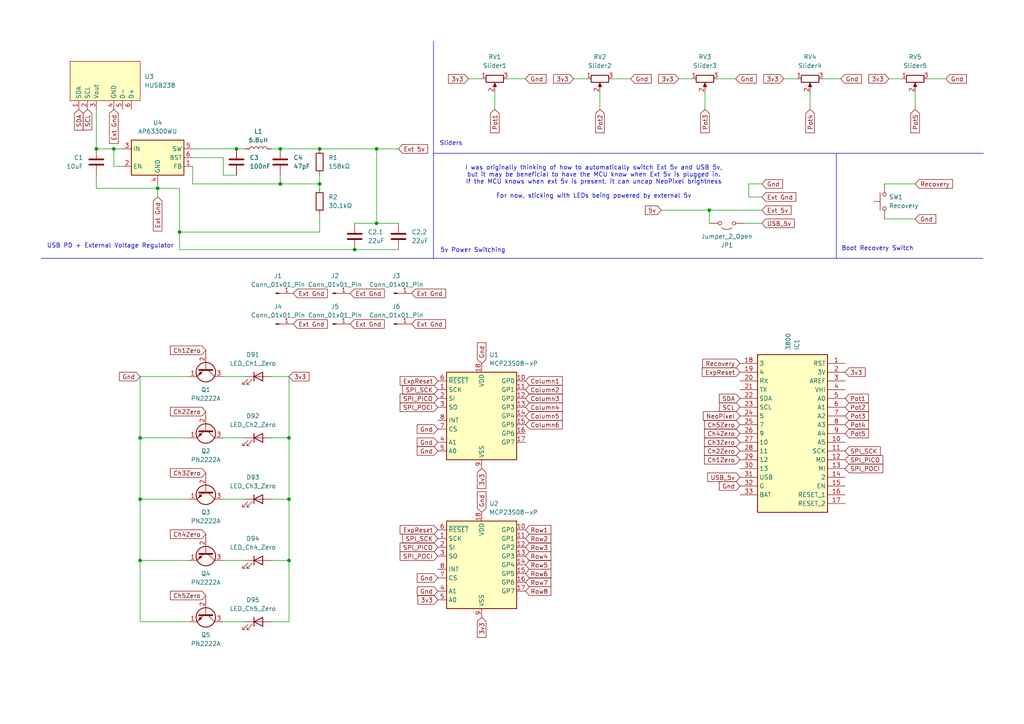
<source format=kicad_sch>
(kicad_sch (version 20231120) (generator "eeschema") (generator_version "8.0")
  (paper "A4")
  (lib_symbols
    (symbol "Connector:Conn_01x01_Pin" (pin_names (offset 1.016) hide)
      (property "Reference" "J" (at 0 2.54 0))
      (property "Value" "Conn_01x01_Pin" (at 0 -2.54 0))
      (symbol "Conn_01x01_Pin_1_1"
        (polyline (pts (xy 1.27 0) (xy 0.8636 0)) (stroke (width 0.1524)))
        (rectangle (start 0.8636 0.127) (end 0 -0.127) (stroke (width 0.1524)) (fill (type outline)))
        (pin passive line (at 5.08 0 180) (length 3.81) (name "Pin_1") (number "1"))
      )
    )
    (symbol "ControlMixer:AP63300WU"
      (property "Reference" "U" (at -7.62 6.35 0))
      (property "Value" "AP63300WU" (at 2.54 6.35 0))
      (symbol "AP63300WU_0_1"
        (rectangle (start -7.62 5.08) (end 7.62 -5.08) (stroke (width 0.254)) (fill (type background)))
      )
      (symbol "AP63300WU_1_1"
        (pin input line (at 10.16 -2.54 180) (length 2.54) (name "FB") (number "1"))
        (pin input line (at -10.16 -2.54 0) (length 2.54) (name "EN") (number "2"))
        (pin power_in line (at -10.16 2.54 0) (length 2.54) (name "IN") (number "3"))
        (pin power_in line (at 0 -7.62 90) (length 2.54) (name "GND") (number "4"))
        (pin output line (at 10.16 2.54 180) (length 2.54) (name "SW") (number "5"))
        (pin passive line (at 10.16 0 180) (length 2.54) (name "BST") (number "6"))
      )
    )
    (symbol "ControlMixer:Adafruit_HUSB238"
      (property "Reference" "U3" (at 11.43 -5.7149 0))
      (property "Value" "HUSB238" (at 11.43 -8.2549 0))
      (symbol "Adafruit_HUSB238_0_1"
        (rectangle (start -10.16 -1.27) (end 10.16 -12.7) (fill (type background)))
      )
      (symbol "Adafruit_HUSB238_1_1"
        (pin bidirectional line (at -7.62 -15.24 90) (length 2.54) (name "SDA") (number "1"))
        (pin input line (at -5.08 -15.24 90) (length 2.54) (name "SCL") (number "2"))
        (pin power_out line (at -2.54 -15.24 90) (length 2.54) (name "Vout") (number "3"))
        (pin power_in line (at 2.54 -15.24 90) (length 2.54) (name "GND") (number "4"))
        (pin bidirectional line (at 5.08 -15.24 90) (length 2.54) (name "D-") (number "5"))
        (pin bidirectional line (at 7.62 -15.24 90) (length 2.54) (name "D+") (number "6"))
      )
    )
    (symbol "ControlMixer:MCP23S08-xP"
      (property "Reference" "U" (at -8.89 13.97 0))
      (property "Value" "MCP23S08-xP" (at 8.89 13.97 0))
      (symbol "MCP23S08-xP_0_1"
        (rectangle (start -10.16 12.7) (end 10.16 -12.7) (stroke (width 0.254)) (fill (type background)))
      )
      (symbol "MCP23S08-xP_1_1"
        (pin input line (at -12.7 7.62 0) (length 2.54) (name "SCK") (number "1"))
        (pin bidirectional line (at 12.7 10.16 180) (length 2.54) (name "GP0") (number "10"))
        (pin bidirectional line (at 12.7 7.62 180) (length 2.54) (name "GP1") (number "11"))
        (pin bidirectional line (at 12.7 5.08 180) (length 2.54) (name "GP2") (number "12"))
        (pin bidirectional line (at 12.7 2.54 180) (length 2.54) (name "GP3") (number "13"))
        (pin bidirectional line (at 12.7 0 180) (length 2.54) (name "GP4") (number "14"))
        (pin bidirectional line (at 12.7 -2.54 180) (length 2.54) (name "GP5") (number "15"))
        (pin bidirectional line (at 12.7 -5.08 180) (length 2.54) (name "GP6") (number "16"))
        (pin bidirectional line (at 12.7 -7.62 180) (length 2.54) (name "GP7") (number "17"))
        (pin power_in line (at 0 15.24 270) (length 2.54) (name "VDD") (number "18"))
        (pin input line (at -12.7 5.08 0) (length 2.54) (name "SI") (number "2"))
        (pin output line (at -12.7 2.54 0) (length 2.54) (name "SO") (number "3"))
        (pin input line (at -12.7 -7.62 0) (length 2.54) (name "A1") (number "4"))
        (pin input line (at -12.7 -10.16 0) (length 2.54) (name "A0") (number "5"))
        (pin input line (at -12.7 10.16 0) (length 2.54) (name "~{RESET}") (number "6"))
        (pin input line (at -12.7 -3.81 0) (length 2.54) (name "CS") (number "7"))
        (pin output line (at -12.7 -1.27 0) (length 2.54) (name "INT") (number "8"))
        (pin power_in line (at 0 -15.24 90) (length 2.54) (name "VSS") (number "9"))
      )
    )
    (symbol "Device:C" (pin_numbers hide) (pin_names (offset 0.254))
      (property "Reference" "C" (at 0.635 2.54 0))
      (property "Value" "C" (at 0.635 -2.54 0))
      (symbol "C_0_1"
        (polyline (pts (xy -2.032 -0.762) (xy 2.032 -0.762)) (stroke (width 0.508)))
        (polyline (pts (xy -2.032 0.762) (xy 2.032 0.762)) (stroke (width 0.508)))
      )
      (symbol "C_1_1"
        (pin passive line (at 0 3.81 270) (length 2.794) (name "~") (number "1"))
        (pin passive line (at 0 -3.81 90) (length 2.794) (name "~") (number "2"))
      )
    )
    (symbol "Device:L" (pin_numbers hide) (pin_names (offset 1.016) hide)
      (property "Reference" "L" (at -1.27 0 90))
      (property "Value" "L" (at 1.905 0 90))
      (symbol "L_0_1"
        (arc (start 0 -2.54) (mid 0.6323 -1.905) (end 0 -1.27))
        (arc (start 0 -1.27) (mid 0.6323 -0.635) (end 0 0))
        (arc (start 0 0) (mid 0.6323 0.635) (end 0 1.27))
        (arc (start 0 1.27) (mid 0.6323 1.905) (end 0 2.54))
      )
      (symbol "L_1_1"
        (pin passive line (at 0 3.81 270) (length 1.27) (name "1") (number "1"))
        (pin passive line (at 0 -3.81 90) (length 1.27) (name "2") (number "2"))
      )
    )
    (symbol "Device:LED" (pin_numbers hide) (pin_names (offset 1.016) hide)
      (property "Reference" "D" (at 0 2.54 0))
      (property "Value" "LED" (at 0 -2.54 0))
      (symbol "LED_0_1"
        (polyline (pts (xy -1.27 -1.27) (xy -1.27 1.27)) (stroke (width 0.254)))
        (polyline (pts (xy -1.27 0) (xy 1.27 0)))
        (polyline (pts (xy 1.27 -1.27) (xy 1.27 1.27) (xy -1.27 0) (xy 1.27 -1.27)) (stroke (width 0.254)))
        (polyline (pts (xy -3.048 -0.762) (xy -4.572 -2.286) (xy -3.81 -2.286) (xy -4.572 -2.286) (xy -4.572 -1.524)))
        (polyline (pts (xy -1.778 -0.762) (xy -3.302 -2.286) (xy -2.54 -2.286) (xy -3.302 -2.286) (xy -3.302 -1.524)))
      )
      (symbol "LED_1_1"
        (pin passive line (at -3.81 0 0) (length 2.54) (name "K") (number "1"))
        (pin passive line (at 3.81 0 180) (length 2.54) (name "A") (number "2"))
      )
    )
    (symbol "Device:R" (pin_numbers hide) (pin_names (offset 0))
      (property "Reference" "R" (at 2.032 0 90))
      (property "Value" "R" (at 0 0 90))
      (symbol "R_0_1"
        (rectangle (start -1.016 -2.54) (end 1.016 2.54) (stroke (width 0.254)))
      )
      (symbol "R_1_1"
        (pin passive line (at 0 3.81 270) (length 1.27) (name "~") (number "1"))
        (pin passive line (at 0 -3.81 90) (length 1.27) (name "~") (number "2"))
      )
    )
    (symbol "Device:R_Potentiometer" (pin_names (offset 1.016) hide)
      (property "Reference" "RV" (at -4.445 0 90))
      (property "Value" "R_Potentiometer" (at -2.54 0 90))
      (symbol "R_Potentiometer_0_1"
        (polyline (pts (xy 2.54 0) (xy 1.524 0)))
        (polyline (pts (xy 1.143 0) (xy 2.286 0.508) (xy 2.286 -0.508) (xy 1.143 0)) (fill (type outline)))
        (rectangle (start 1.016 2.54) (end -1.016 -2.54) (stroke (width 0.254)))
      )
      (symbol "R_Potentiometer_1_1"
        (pin passive line (at 0 3.81 270) (length 1.27) (name "1") (number "1"))
        (pin passive line (at 3.81 0 180) (length 1.27) (name "2") (number "2"))
        (pin passive line (at 0 -3.81 90) (length 1.27) (name "3") (number "3"))
      )
    )
    (symbol "Jumper:Jumper_2_Open" (pin_numbers hide) (pin_names (offset 0) hide) (exclude_from_sim yes)
      (property "Reference" "JP" (at 0 2.794 0))
      (property "Value" "Jumper_2_Open" (at 0 -2.286 0))
      (symbol "Jumper_2_Open_0_0"
        (circle (center -2.032 0) (radius 0.508))
        (circle (center 2.032 0) (radius 0.508))
      )
      (symbol "Jumper_2_Open_0_1"
        (arc (start 1.524 1.27) (mid 0 1.778) (end -1.524 1.27))
      )
      (symbol "Jumper_2_Open_1_1"
        (pin passive line (at -5.08 0 0) (length 2.54) (name "A") (number "1"))
        (pin passive line (at 5.08 0 180) (length 2.54) (name "B") (number "2"))
      )
    )
    (symbol "SamacSys_Parts:3800"
      (property "Reference" "IC" (at 26.67 7.62 0))
      (property "Value" "3800" (at 26.67 5.08 0))
      (symbol "3800_1_1"
        (rectangle (start 5.08 2.54) (end 25.4 -43.18) (stroke (width 0.254)) (fill (type background)))
        (pin passive line (at 0 0 0) (length 5.08) (name "RST") (number "1"))
        (pin passive line (at 0 -22.86 0) (length 5.08) (name "A5") (number "10"))
        (pin passive line (at 0 -25.4 0) (length 5.08) (name "SCK") (number "11"))
        (pin passive line (at 0 -27.94 0) (length 5.08) (name "MO") (number "12"))
        (pin passive line (at 0 -30.48 0) (length 5.08) (name "MI") (number "13"))
        (pin passive line (at 0 -33.02 0) (length 5.08) (name "2") (number "14"))
        (pin passive line (at 0 -35.56 0) (length 5.08) (name "EN") (number "15"))
        (pin passive line (at 0 -38.1 0) (length 5.08) (name "RESET_1") (number "16"))
        (pin passive line (at 0 -40.64 0) (length 5.08) (name "RESET_2") (number "17"))
        (pin passive line (at 30.48 0 180) (length 5.08) (name "3") (number "18"))
        (pin passive line (at 30.48 -2.54 180) (length 5.08) (name "4") (number "19"))
        (pin passive line (at 0 -2.54 0) (length 5.08) (name "3V") (number "2"))
        (pin passive line (at 30.48 -5.08 180) (length 5.08) (name "RX") (number "20"))
        (pin passive line (at 30.48 -7.62 180) (length 5.08) (name "TX") (number "21"))
        (pin passive line (at 30.48 -10.16 180) (length 5.08) (name "SDA") (number "22"))
        (pin passive line (at 30.48 -12.7 180) (length 5.08) (name "SCL") (number "23"))
        (pin passive line (at 30.48 -15.24 180) (length 5.08) (name "5") (number "24"))
        (pin passive line (at 30.48 -17.78 180) (length 5.08) (name "7") (number "25"))
        (pin passive line (at 30.48 -20.32 180) (length 5.08) (name "9") (number "26"))
        (pin passive line (at 30.48 -22.86 180) (length 5.08) (name "10") (number "27"))
        (pin passive line (at 30.48 -25.4 180) (length 5.08) (name "11") (number "28"))
        (pin passive line (at 30.48 -27.94 180) (length 5.08) (name "12") (number "29"))
        (pin passive line (at 0 -5.08 0) (length 5.08) (name "AREF") (number "3"))
        (pin passive line (at 30.48 -30.48 180) (length 5.08) (name "13") (number "30"))
        (pin passive line (at 30.48 -33.02 180) (length 5.08) (name "USB") (number "31"))
        (pin passive line (at 30.48 -35.56 180) (length 5.08) (name "G") (number "32"))
        (pin passive line (at 30.48 -38.1 180) (length 5.08) (name "BAT") (number "33"))
        (pin passive line (at 0 -7.62 0) (length 5.08) (name "VHI") (number "4"))
        (pin passive line (at 0 -10.16 0) (length 5.08) (name "A0") (number "5"))
        (pin passive line (at 0 -12.7 0) (length 5.08) (name "A1") (number "6"))
        (pin passive line (at 0 -15.24 0) (length 5.08) (name "A2") (number "7"))
        (pin passive line (at 0 -17.78 0) (length 5.08) (name "A3") (number "8"))
        (pin passive line (at 0 -20.32 0) (length 5.08) (name "A4") (number "9"))
      )
    )
    (symbol "Switch:SW_Push" (pin_numbers hide) (pin_names (offset 1.016) hide)
      (property "Reference" "SW" (at 1.27 2.54 0))
      (property "Value" "SW_Push" (at 0 -1.524 0))
      (symbol "SW_Push_0_1"
        (circle (center -2.032 0) (radius 0.508))
        (polyline (pts (xy 0 1.27) (xy 0 3.048)))
        (polyline (pts (xy 2.54 1.27) (xy -2.54 1.27)))
        (circle (center 2.032 0) (radius 0.508))
        (pin passive line (at -5.08 0 0) (length 2.54) (name "1") (number "1"))
        (pin passive line (at 5.08 0 180) (length 2.54) (name "2") (number "2"))
      )
    )
    (symbol "Transistor_BJT:PN2222A" (pin_names (offset 0) hide)
      (property "Reference" "Q" (at 5.08 1.905 0))
      (property "Value" "PN2222A" (at 5.08 0 0))
      (symbol "PN2222A_0_1"
        (polyline (pts (xy 0 0) (xy 0.635 0)))
        (polyline (pts (xy 2.54 -2.54) (xy 0.635 -0.635)))
        (polyline (pts (xy 2.54 2.54) (xy 0.635 0.635)))
        (polyline (pts (xy 0.635 1.905) (xy 0.635 -1.905) (xy 0.635 -1.905)) (stroke (width 0.508)))
        (polyline (pts (xy 2.413 -2.413) (xy 1.905 -1.905) (xy 1.905 -1.905)))
        (polyline (pts (xy 1.143 -1.651) (xy 1.651 -1.143) (xy 2.159 -2.159) (xy 1.143 -1.651) (xy 1.143 -1.651)) (fill (type outline)))
        (circle (center 1.27 0) (radius 2.8194) (stroke (width 0.254)))
      )
      (symbol "PN2222A_1_1"
        (pin passive line (at 2.54 -5.08 90) (length 2.54) (name "E") (number "1"))
        (pin input line (at -5.08 0 0) (length 5.08) (name "B") (number "2"))
        (pin passive line (at 2.54 5.08 270) (length 2.54) (name "C") (number "3"))
      )
    )
  )
  (junction (at 109.22 43.18))
  (junction (at 109.22 64.77))
  (junction (at 33.02 43.18))
  (junction (at 81.28 53.34))
  (junction (at 68.58 43.18))
  (junction (at 83.82 162.56))
  (junction (at 102.87 72.39))
  (junction (at 92.71 43.18))
  (junction (at 83.82 144.78))
  (junction (at 40.64 144.78))
  (junction (at 83.82 127))
  (junction (at 52.07 67.31))
  (junction (at 27.94 43.18))
  (junction (at 45.72 54.61))
  (junction (at 40.64 127))
  (junction (at 205.74 60.96))
  (junction (at 81.28 43.18))
  (junction (at 40.64 162.56))
  (junction (at 92.71 53.34))
  (wire (pts (xy 135.89 22.86) (xy 139.7 22.86)))
  (wire (pts (xy 78.74 43.18) (xy 81.28 43.18)))
  (wire (pts (xy 35.56 48.26) (xy 33.02 48.26)))
  (wire (pts (xy 265.43 53.34) (xy 256.54 53.34)))
  (wire (pts (xy 52.07 54.61) (xy 45.72 54.61)))
  (wire (pts (xy 234.95 26.67) (xy 234.95 31.75)))
  (wire (pts (xy 40.64 144.78) (xy 40.64 162.56)))
  (wire (pts (xy 205.74 60.96) (xy 205.74 64.77)))
  (wire (pts (xy 83.82 162.56) (xy 83.82 180.34)))
  (polyline (pts (xy 12.0195 74.8846) (xy 12.0195 74.93)))
  (wire (pts (xy 217.17 57.15) (xy 220.98 57.15)))
  (wire (pts (xy 147.32 22.86) (xy 152.4 22.86)))
  (wire (pts (xy 40.64 162.56) (xy 54.61 162.56)))
  (wire (pts (xy 52.07 67.31) (xy 52.07 54.61)))
  (wire (pts (xy 81.28 53.34) (xy 92.71 53.34)))
  (wire (pts (xy 78.74 109.22) (xy 83.82 109.22)))
  (wire (pts (xy 40.64 127) (xy 54.61 127)))
  (polyline (pts (xy 285.2678 44.45) (xy 125.73 44.45)))
  (wire (pts (xy 92.71 43.18) (xy 109.22 43.18)))
  (wire (pts (xy 52.07 72.39) (xy 52.07 67.31)))
  (wire (pts (xy 83.82 180.34) (xy 78.74 180.34)))
  (wire (pts (xy 191.77 60.96) (xy 205.74 60.96)))
  (wire (pts (xy 109.22 43.18) (xy 109.22 64.77)))
  (wire (pts (xy 83.82 127) (xy 83.82 144.78)))
  (wire (pts (xy 40.64 109.22) (xy 40.64 127)))
  (wire (pts (xy 27.94 31.75) (xy 27.94 43.18)))
  (wire (pts (xy 40.64 180.34) (xy 54.61 180.34)))
  (wire (pts (xy 55.88 43.18) (xy 68.58 43.18)))
  (wire (pts (xy 238.76 22.86) (xy 243.84 22.86)))
  (wire (pts (xy 64.77 144.78) (xy 71.12 144.78)))
  (wire (pts (xy 81.28 43.18) (xy 92.71 43.18)))
  (polyline (pts (xy 242.57 74.93) (xy 285.0695 74.93)))
  (wire (pts (xy 205.74 60.96) (xy 220.98 60.96)))
  (wire (pts (xy 269.24 22.86) (xy 274.32 22.86)))
  (polyline (pts (xy 125.73 74.93) (xy 12.0195 74.93)))
  (wire (pts (xy 64.77 50.8) (xy 68.58 50.8)))
  (wire (pts (xy 40.64 144.78) (xy 54.61 144.78)))
  (wire (pts (xy 102.87 72.39) (xy 52.07 72.39)))
  (wire (pts (xy 92.71 62.23) (xy 92.71 67.31)))
  (wire (pts (xy 173.99 26.67) (xy 173.99 31.75)))
  (wire (pts (xy 208.28 22.86) (xy 213.36 22.86)))
  (wire (pts (xy 166.37 22.86) (xy 170.18 22.86)))
  (wire (pts (xy 83.82 144.78) (xy 83.82 162.56)))
  (wire (pts (xy 27.94 50.8) (xy 27.94 54.61)))
  (wire (pts (xy 64.77 162.56) (xy 71.12 162.56)))
  (wire (pts (xy 143.51 26.67) (xy 143.51 31.75)))
  (wire (pts (xy 92.71 53.34) (xy 92.71 54.61)))
  (wire (pts (xy 55.88 53.34) (xy 81.28 53.34)))
  (wire (pts (xy 83.82 109.22) (xy 83.82 127)))
  (wire (pts (xy 217.17 53.34) (xy 217.17 57.15)))
  (wire (pts (xy 265.43 26.67) (xy 265.43 31.75)))
  (wire (pts (xy 45.72 54.61) (xy 45.72 53.34)))
  (wire (pts (xy 55.88 48.26) (xy 55.88 53.34)))
  (wire (pts (xy 64.77 109.22) (xy 71.12 109.22)))
  (polyline (pts (xy 125.73 74.93) (xy 242.57 74.93)))
  (wire (pts (xy 64.77 45.72) (xy 64.77 50.8)))
  (wire (pts (xy 177.8 22.86) (xy 182.88 22.86)))
  (wire (pts (xy 33.02 43.18) (xy 35.56 43.18)))
  (wire (pts (xy 71.12 43.18) (xy 68.58 43.18)))
  (wire (pts (xy 64.77 127) (xy 71.12 127)))
  (wire (pts (xy 227.33 22.86) (xy 231.14 22.86)))
  (wire (pts (xy 220.98 53.34) (xy 217.17 53.34)))
  (wire (pts (xy 33.02 48.26) (xy 33.02 43.18)))
  (wire (pts (xy 92.71 50.8) (xy 92.71 53.34)))
  (wire (pts (xy 78.74 127) (xy 83.82 127)))
  (wire (pts (xy 27.94 54.61) (xy 45.72 54.61)))
  (wire (pts (xy 27.94 43.18) (xy 33.02 43.18)))
  (wire (pts (xy 78.74 162.56) (xy 83.82 162.56)))
  (wire (pts (xy 81.28 50.8) (xy 81.28 53.34)))
  (wire (pts (xy 102.87 72.39) (xy 115.57 72.39)))
  (wire (pts (xy 196.85 22.86) (xy 200.66 22.86)))
  (polyline (pts (xy 125.73 11.9737) (xy 125.73 44.45)))
  (wire (pts (xy 40.64 109.22) (xy 54.61 109.22)))
  (polyline (pts (xy 242.57 44.45) (xy 242.57 74.93)))
  (wire (pts (xy 257.81 22.86) (xy 261.62 22.86)))
  (wire (pts (xy 256.54 63.5) (xy 265.43 63.5)))
  (wire (pts (xy 109.22 43.18) (xy 115.57 43.18)))
  (polyline (pts (xy 125.73 44.45) (xy 125.73 74.93)))
  (wire (pts (xy 92.71 67.31) (xy 52.07 67.31)))
  (wire (pts (xy 109.22 64.77) (xy 115.57 64.77)))
  (wire (pts (xy 204.47 26.67) (xy 204.47 31.75)))
  (wire (pts (xy 40.64 162.56) (xy 40.64 180.34)))
  (wire (pts (xy 55.88 45.72) (xy 64.77 45.72)))
  (wire (pts (xy 78.74 144.78) (xy 83.82 144.78)))
  (wire (pts (xy 40.64 127) (xy 40.64 144.78)))
  (wire (pts (xy 215.9 64.77) (xy 220.98 64.77)))
  (wire (pts (xy 45.72 57.15) (xy 45.72 54.61)))
  (wire (pts (xy 102.87 64.77) (xy 109.22 64.77)))
  (wire (pts (xy 64.77 180.34) (xy 71.12 180.34)))
  (text "Sliders" (at 130.81 41.656 0) (effects (font (size 1.27 1.27))))
  (text "Boot Recovery Switch" (at 254.508 72.136 0) (effects (font (size 1.27 1.27))))
  (text "I was originally thinking of how to automatically switch Ext 5v and USB 5v,\nbut it may be beneficial to have the MCU know when Ext 5v is plugged in.\nIf the MCU knows when ext 5v is present, it can uncap NeoPixel brightness\n\nFor now, sticking with LEDs being powered by external 5v" (at 172.212 52.832 0) (effects (font (size 1.27 1.27))))
  (text "5v Power Switching" (at 137.16 72.644 0) (effects (font (size 1.27 1.27))))
  (text "USB PD + External Voltage Regulator" (at 32.004 71.374 0) (effects (font (size 1.27 1.27))))
  (global_label "Gnd" (shape input) (at 243.84 22.86 0) (property "Intersheetrefs" "${INTERSHEET_REFS}" (effects (hide yes))))
  (global_label "SPI_POCI" (shape input) (at 127 118.11 180) (property "Intersheetrefs" "${INTERSHEET_REFS}" (effects (hide yes))))
  (global_label "Row5" (shape input) (at 152.4 163.83 0) (property "Intersheetrefs" "${INTERSHEET_REFS}" (effects (hide yes))))
  (global_label "Pot5" (shape input) (at 265.43 31.75 270) (property "Intersheetrefs" "${INTERSHEET_REFS}" (effects (hide yes))))
  (global_label "Column3" (shape input) (at 152.4 115.57 0) (property "Intersheetrefs" "${INTERSHEET_REFS}" (effects (hide yes))))
  (global_label "Ch2Zero" (shape input) (at 214.63 130.81 180) (property "Intersheetrefs" "${INTERSHEET_REFS}" (effects (hide yes))))
  (global_label "Pot3" (shape input) (at 245.11 120.65 0) (property "Intersheetrefs" "${INTERSHEET_REFS}" (effects (hide yes))))
  (global_label "SPI_SCK" (shape input) (at 127 113.03 180) (property "Intersheetrefs" "${INTERSHEET_REFS}" (effects (hide yes))))
  (global_label "Ext Gnd" (shape input) (at 45.72 57.15 270) (property "Intersheetrefs" "${INTERSHEET_REFS}" (effects (hide yes))))
  (global_label "Pot4" (shape input) (at 245.11 123.19 0) (property "Intersheetrefs" "${INTERSHEET_REFS}" (effects (hide yes))))
  (global_label "5v" (shape input) (at 191.77 60.96 180) (property "Intersheetrefs" "${INTERSHEET_REFS}" (effects (hide yes))))
  (global_label "NeoPixel" (shape input) (at 214.63 120.65 180) (property "Intersheetrefs" "${INTERSHEET_REFS}" (effects (hide yes))))
  (global_label "Ext Gnd" (shape input) (at 33.02 31.75 270) (property "Intersheetrefs" "${INTERSHEET_REFS}" (effects (hide yes))))
  (global_label "ExpReset" (shape input) (at 127 153.67 180) (property "Intersheetrefs" "${INTERSHEET_REFS}" (effects (hide yes))))
  (global_label "Ch2Zero" (shape input) (at 59.69 119.38 180) (property "Intersheetrefs" "${INTERSHEET_REFS}" (effects (hide yes))))
  (global_label "Ext Gnd" (shape input) (at 85.09 93.98 0) (property "Intersheetrefs" "${INTERSHEET_REFS}" (effects (hide yes))))
  (global_label "Gnd" (shape input) (at 127 130.81 180) (property "Intersheetrefs" "${INTERSHEET_REFS}" (effects (hide yes))))
  (global_label "SCL" (shape input) (at 214.63 118.11 180) (property "Intersheetrefs" "${INTERSHEET_REFS}" (effects (hide yes))))
  (global_label "Ext Gnd" (shape input) (at 119.38 85.09 0) (property "Intersheetrefs" "${INTERSHEET_REFS}" (effects (hide yes))))
  (global_label "Gnd" (shape input) (at 265.43 63.5 0) (property "Intersheetrefs" "${INTERSHEET_REFS}" (effects (hide yes))))
  (global_label "SPI_PICO" (shape input) (at 127 115.57 180) (property "Intersheetrefs" "${INTERSHEET_REFS}" (effects (hide yes))))
  (global_label "Row2" (shape input) (at 152.4 156.21 0) (property "Intersheetrefs" "${INTERSHEET_REFS}" (effects (hide yes))))
  (global_label "Pot3" (shape input) (at 204.47 31.75 270) (property "Intersheetrefs" "${INTERSHEET_REFS}" (effects (hide yes))))
  (global_label "3v3" (shape input) (at 227.33 22.86 180) (property "Intersheetrefs" "${INTERSHEET_REFS}" (effects (hide yes))))
  (global_label "Column4" (shape input) (at 152.4 118.11 0) (property "Intersheetrefs" "${INTERSHEET_REFS}" (effects (hide yes))))
  (global_label "Pot2" (shape input) (at 245.11 118.11 0) (property "Intersheetrefs" "${INTERSHEET_REFS}" (effects (hide yes))))
  (global_label "Gnd" (shape input) (at 139.7 105.41 90) (property "Intersheetrefs" "${INTERSHEET_REFS}" (effects (hide yes))))
  (global_label "Row8" (shape input) (at 152.4 171.45 0) (property "Intersheetrefs" "${INTERSHEET_REFS}" (effects (hide yes))))
  (global_label "Gnd" (shape input) (at 152.4 22.86 0) (property "Intersheetrefs" "${INTERSHEET_REFS}" (effects (hide yes))))
  (global_label "Column2" (shape input) (at 152.4 113.03 0) (property "Intersheetrefs" "${INTERSHEET_REFS}" (effects (hide yes))))
  (global_label "Gnd" (shape input) (at 127 124.46 180) (property "Intersheetrefs" "${INTERSHEET_REFS}" (effects (hide yes))))
  (global_label "USB_5v" (shape input) (at 214.63 138.43 180) (property "Intersheetrefs" "${INTERSHEET_REFS}" (effects (hide yes))))
  (global_label "Gnd" (shape input) (at 40.64 109.22 180) (property "Intersheetrefs" "${INTERSHEET_REFS}" (effects (hide yes))))
  (global_label "Pot1" (shape input) (at 245.11 115.57 0) (property "Intersheetrefs" "${INTERSHEET_REFS}" (effects (hide yes))))
  (global_label "SPI_POCI" (shape input) (at 127 161.29 180) (property "Intersheetrefs" "${INTERSHEET_REFS}" (effects (hide yes))))
  (global_label "SCL" (shape input) (at 25.4 31.75 270) (property "Intersheetrefs" "${INTERSHEET_REFS}" (effects (hide yes))))
  (global_label "Row7" (shape input) (at 152.4 168.91 0) (property "Intersheetrefs" "${INTERSHEET_REFS}" (effects (hide yes))))
  (global_label "Pot5" (shape input) (at 245.11 125.73 0) (property "Intersheetrefs" "${INTERSHEET_REFS}" (effects (hide yes))))
  (global_label "Column1" (shape input) (at 152.4 110.49 0) (property "Intersheetrefs" "${INTERSHEET_REFS}" (effects (hide yes))))
  (global_label "Gnd" (shape input) (at 274.32 22.86 0) (property "Intersheetrefs" "${INTERSHEET_REFS}" (effects (hide yes))))
  (global_label "Ch1Zero" (shape input) (at 214.63 133.35 180) (property "Intersheetrefs" "${INTERSHEET_REFS}" (effects (hide yes))))
  (global_label "Gnd" (shape input) (at 220.98 53.34 0) (property "Intersheetrefs" "${INTERSHEET_REFS}" (effects (hide yes))))
  (global_label "SPI_SCK" (shape input) (at 127 156.21 180) (property "Intersheetrefs" "${INTERSHEET_REFS}" (effects (hide yes))))
  (global_label "Gnd" (shape input) (at 182.88 22.86 0) (property "Intersheetrefs" "${INTERSHEET_REFS}" (effects (hide yes))))
  (global_label "Ext Gnd" (shape input) (at 101.6 93.98 0) (property "Intersheetrefs" "${INTERSHEET_REFS}" (effects (hide yes))))
  (global_label "Ext Gnd" (shape input) (at 119.38 93.98 0) (property "Intersheetrefs" "${INTERSHEET_REFS}" (effects (hide yes))))
  (global_label "Ch3Zero" (shape input) (at 214.63 128.27 180) (property "Intersheetrefs" "${INTERSHEET_REFS}" (effects (hide yes))))
  (global_label "3v3" (shape input) (at 139.7 135.89 270) (property "Intersheetrefs" "${INTERSHEET_REFS}" (effects (hide yes))))
  (global_label "3v3" (shape input) (at 245.11 107.95 0) (property "Intersheetrefs" "${INTERSHEET_REFS}" (effects (hide yes))))
  (global_label "Ch4Zero" (shape input) (at 214.63 125.73 180) (property "Intersheetrefs" "${INTERSHEET_REFS}" (effects (hide yes))))
  (global_label "3v3" (shape input) (at 166.37 22.86 180) (property "Intersheetrefs" "${INTERSHEET_REFS}" (effects (hide yes))))
  (global_label "Recovery" (shape input) (at 214.63 105.41 180) (property "Intersheetrefs" "${INTERSHEET_REFS}" (effects (hide yes))))
  (global_label "Row1" (shape input) (at 152.4 153.67 0) (property "Intersheetrefs" "${INTERSHEET_REFS}" (effects (hide yes))))
  (global_label "Recovery" (shape input) (at 265.43 53.34 0) (property "Intersheetrefs" "${INTERSHEET_REFS}" (effects (hide yes))))
  (global_label "3v3" (shape input) (at 196.85 22.86 180) (property "Intersheetrefs" "${INTERSHEET_REFS}" (effects (hide yes))))
  (global_label "3v3" (shape input) (at 139.7 179.07 270) (property "Intersheetrefs" "${INTERSHEET_REFS}" (effects (hide yes))))
  (global_label "SDA" (shape input) (at 22.86 31.75 270) (property "Intersheetrefs" "${INTERSHEET_REFS}" (effects (hide yes))))
  (global_label "USB_5v" (shape input) (at 220.98 64.77 0) (property "Intersheetrefs" "${INTERSHEET_REFS}" (effects (hide yes))))
  (global_label "Column6" (shape input) (at 152.4 123.19 0) (property "Intersheetrefs" "${INTERSHEET_REFS}" (effects (hide yes))))
  (global_label "Ch4Zero" (shape input) (at 59.69 154.94 180) (property "Intersheetrefs" "${INTERSHEET_REFS}" (effects (hide yes))))
  (global_label "Gnd" (shape input) (at 139.7 148.59 90) (property "Intersheetrefs" "${INTERSHEET_REFS}" (effects (hide yes))))
  (global_label "Pot1" (shape input) (at 143.51 31.75 270) (property "Intersheetrefs" "${INTERSHEET_REFS}" (effects (hide yes))))
  (global_label "ExpReset" (shape input) (at 214.63 107.95 180) (property "Intersheetrefs" "${INTERSHEET_REFS}" (effects (hide yes))))
  (global_label "3v3" (shape input) (at 257.81 22.86 180) (property "Intersheetrefs" "${INTERSHEET_REFS}" (effects (hide yes))))
  (global_label "Gnd" (shape input) (at 213.36 22.86 0) (property "Intersheetrefs" "${INTERSHEET_REFS}" (effects (hide yes))))
  (global_label "SPI_POCI" (shape input) (at 245.11 135.89 0) (property "Intersheetrefs" "${INTERSHEET_REFS}" (effects (hide yes))))
  (global_label "Pot4" (shape input) (at 234.95 31.75 270) (property "Intersheetrefs" "${INTERSHEET_REFS}" (effects (hide yes))))
  (global_label "Gnd" (shape input) (at 127 128.27 180) (property "Intersheetrefs" "${INTERSHEET_REFS}" (effects (hide yes))))
  (global_label "Gnd" (shape input) (at 127 171.45 180) (property "Intersheetrefs" "${INTERSHEET_REFS}" (effects (hide yes))))
  (global_label "3v3" (shape input) (at 83.82 109.22 0) (property "Intersheetrefs" "${INTERSHEET_REFS}" (effects (hide yes))))
  (global_label "3v3" (shape input) (at 127 173.99 180) (property "Intersheetrefs" "${INTERSHEET_REFS}" (effects (hide yes))))
  (global_label "Row4" (shape input) (at 152.4 161.29 0) (property "Intersheetrefs" "${INTERSHEET_REFS}" (effects (hide yes))))
  (global_label "ExpReset" (shape input) (at 127 110.49 180) (property "Intersheetrefs" "${INTERSHEET_REFS}" (effects (hide yes))))
  (global_label "Row3" (shape input) (at 152.4 158.75 0) (property "Intersheetrefs" "${INTERSHEET_REFS}" (effects (hide yes))))
  (global_label "Gnd" (shape input) (at 127 167.64 180) (property "Intersheetrefs" "${INTERSHEET_REFS}" (effects (hide yes))))
  (global_label "3v3" (shape input) (at 135.89 22.86 180) (property "Intersheetrefs" "${INTERSHEET_REFS}" (effects (hide yes))))
  (global_label "Gnd" (shape input) (at 214.63 140.97 180) (property "Intersheetrefs" "${INTERSHEET_REFS}" (effects (hide yes))))
  (global_label "Ext Gnd" (shape input) (at 220.98 57.15 0) (property "Intersheetrefs" "${INTERSHEET_REFS}" (effects (hide yes))))
  (global_label "SPI_PICO" (shape input) (at 127 158.75 180) (property "Intersheetrefs" "${INTERSHEET_REFS}" (effects (hide yes))))
  (global_label "Ch1Zero" (shape input) (at 59.69 101.6 180) (property "Intersheetrefs" "${INTERSHEET_REFS}" (effects (hide yes))))
  (global_label "Ch5Zero" (shape input) (at 59.69 172.72 180) (property "Intersheetrefs" "${INTERSHEET_REFS}" (effects (hide yes))))
  (global_label "Ext Gnd" (shape input) (at 85.09 85.09 0) (property "Intersheetrefs" "${INTERSHEET_REFS}" (effects (hide yes))))
  (global_label "Ch5Zero" (shape input) (at 214.63 123.19 180) (property "Intersheetrefs" "${INTERSHEET_REFS}" (effects (hide yes))))
  (global_label "SPI_SCK" (shape input) (at 245.11 130.81 0) (property "Intersheetrefs" "${INTERSHEET_REFS}" (effects (hide yes))))
  (global_label "Ext 5v" (shape input) (at 220.98 60.96 0) (property "Intersheetrefs" "${INTERSHEET_REFS}" (effects (hide yes))))
  (global_label "SDA" (shape input) (at 214.63 115.57 180) (property "Intersheetrefs" "${INTERSHEET_REFS}" (effects (hide yes))))
  (global_label "Ext 5v" (shape input) (at 115.57 43.18 0) (property "Intersheetrefs" "${INTERSHEET_REFS}" (effects (hide yes))))
  (global_label "Column5" (shape input) (at 152.4 120.65 0) (property "Intersheetrefs" "${INTERSHEET_REFS}" (effects (hide yes))))
  (global_label "Pot2" (shape input) (at 173.99 31.75 270) (property "Intersheetrefs" "${INTERSHEET_REFS}" (effects (hide yes))))
  (global_label "Ext Gnd" (shape input) (at 101.6 85.09 0) (property "Intersheetrefs" "${INTERSHEET_REFS}" (effects (hide yes))))
  (global_label "Ch3Zero" (shape input) (at 59.69 137.16 180) (property "Intersheetrefs" "${INTERSHEET_REFS}" (effects (hide yes))))
  (global_label "SPI_PICO" (shape input) (at 245.11 133.35 0) (property "Intersheetrefs" "${INTERSHEET_REFS}" (effects (hide yes))))
  (global_label "Row6" (shape input) (at 152.4 166.37 0) (property "Intersheetrefs" "${INTERSHEET_REFS}" (effects (hide yes))))
  (symbol (lib_id "Device:L") (at 74.93 43.18 90) (unit 1)
    (property "Reference" "L1" (at 74.93 38.1 90))
    (property "Value" "6.8uH" (at 74.93 40.64 90))
    (property "Footprint" "Inductor_SMD:L_Bourns_SRN6045TA" (effects (hide yes)))
    (property "Datasheet" "https://www.bourns.com/docs/Product-Datasheets/SRN6045TA.pdf" (effects (hide yes)))
    (property "Description" "Inductor" (effects (hide yes)))
    (property "Manufacturer_Part_Number" "SRN6045TA-6R8M" (effects (hide yes)))
  )
  (symbol (lib_id "Transistor_BJT:PN2222A") (at 59.69 177.8 270) (unit 1)
    (property "Reference" "Q5" (at 59.69 184.15 90))
    (property "Value" "PN2222A" (at 59.69 186.69 90))
    (property "Footprint" "Package_TO_SOT_THT:TO-92_Inline" (effects (hide yes)))
    (property "Datasheet" "https://www.onsemi.com/pub/Collateral/PN2222-D.PDF" (effects (hide yes)))
    (property "Description" "1A Ic, 40V Vce, NPN Transistor, General Purpose Transistor, TO-92" (effects (hide yes)))
  )
  (symbol (lib_id "Device:LED") (at 74.93 109.22 0) (unit 1)
    (property "Reference" "D91" (at 73.3425 102.87 0))
    (property "Value" "LED_Ch1_Zero" (at 73.3425 105.41 0))
    (property "Footprint" "ControlMixer:LED_1411_3528Metric_Pad1.42x2.65mm_HandSolder_copy" (effects (hide yes)))
    (property "Datasheet" "https://downloads.cree-led.com/files/ds/j/JSeries-2835-Color.pdf" (effects (hide yes)))
    (property "Description" "Light emitting diode" (effects (hide yes)))
    (property "Manufacturer_Part_Number" "JE2835ARY-N-0002A0000-N0000001" (effects (hide yes)))
  )
  (symbol (lib_id "ControlMixer:MCP23S08-xP") (at 139.7 163.83 0) (unit 1)
    (property "Reference" "U2" (at 141.8941 146.05 0) (effects (justify left)))
    (property "Value" "MCP23S08-xP" (at 141.8941 148.59 0) (effects (justify left)))
    (property "Footprint" "Package_DIP:DIP-18_W7.62mm" (effects (hide yes)))
    (property "Datasheet" "http://ww1.microchip.com/downloads/en/DeviceDoc/MCP23008-MCP23S08-Data-Sheet-20001919F.pdf" (effects (hide yes)))
    (property "Description" "8-bit I/O expander, SPI, interrupts, PDIP-18" (effects (hide yes)))
  )
  (symbol (lib_id "Transistor_BJT:PN2222A") (at 59.69 160.02 270) (unit 1)
    (property "Reference" "Q4" (at 59.69 166.37 90))
    (property "Value" "PN2222A" (at 59.69 168.91 90))
    (property "Footprint" "Package_TO_SOT_THT:TO-92_Inline" (effects (hide yes)))
    (property "Datasheet" "https://www.onsemi.com/pub/Collateral/PN2222-D.PDF" (effects (hide yes)))
    (property "Description" "1A Ic, 40V Vce, NPN Transistor, General Purpose Transistor, TO-92" (effects (hide yes)))
  )
  (symbol (lib_id "Connector:Conn_01x01_Pin") (at 96.52 93.98 0) (unit 1)
    (property "Reference" "J5" (at 97.155 88.9 0))
    (property "Value" "Conn_01x01_Pin" (at 97.155 91.44 0))
    (property "Footprint" "MountingHole:MountingHole_3.2mm_M3_Pad" (effects (hide yes)))
    (property "Description" "Generic connector, single row, 01x01, script generated" (effects (hide yes)))
  )
  (symbol (lib_id "Device:C") (at 81.28 46.99 0) (unit 1)
    (property "Reference" "C4" (at 85.09 45.7199 0) (effects (justify left)))
    (property "Value" "47pF" (at 85.09 48.2599 0) (effects (justify left)))
    (property "Footprint" "Capacitor_SMD:C_0805_2012Metric" (effects (hide yes)))
    (property "Description" "Unpolarized capacitor" (effects (hide yes)))
    (property "Manufacturer_Part_Number" "CL21C470JC61PNC" (effects (hide yes)))
  )
  (symbol (lib_id "Device:LED") (at 74.93 127 0) (unit 1)
    (property "Reference" "D92" (at 73.3425 120.65 0))
    (property "Value" "LED_Ch2_Zero" (at 73.3425 123.19 0))
    (property "Footprint" "ControlMixer:LED_1411_3528Metric_Pad1.42x2.65mm_HandSolder_copy" (effects (hide yes)))
    (property "Datasheet" "https://downloads.cree-led.com/files/ds/j/JSeries-2835-Color.pdf" (effects (hide yes)))
    (property "Description" "Light emitting diode" (effects (hide yes)))
    (property "Manufacturer_Part_Number" "JE2835ARY-N-0002A0000-N0000001" (effects (hide yes)))
  )
  (symbol (lib_id "Connector:Conn_01x01_Pin") (at 114.3 93.98 0) (unit 1)
    (property "Reference" "J6" (at 114.935 88.9 0))
    (property "Value" "Conn_01x01_Pin" (at 114.935 91.44 0))
    (property "Footprint" "MountingHole:MountingHole_3.2mm_M3_Pad" (effects (hide yes)))
    (property "Description" "Generic connector, single row, 01x01, script generated" (effects (hide yes)))
  )
  (symbol (lib_id "Device:C") (at 27.94 46.99 0) (mirror y) (unit 1)
    (property "Reference" "C1" (at 24.13 45.7199 0) (effects (justify left)))
    (property "Value" "10uF" (at 24.13 48.2599 0) (effects (justify left)))
    (property "Footprint" "Capacitor_SMD:C_0805_2012Metric" (effects (hide yes)))
    (property "Datasheet" "https://mm.digikey.com/Volume0/opasdata/d220001/medias/docus/5545/CL21A106KAYNNNE%20Spec.pdf" (effects (hide yes)))
    (property "Description" "Unpolarized capacitor" (effects (hide yes)))
    (property "Manufacturer_Part_Number" "CL21A106KAYNNNE" (effects (hide yes)))
  )
  (symbol (lib_id "Device:LED") (at 74.93 144.78 0) (unit 1)
    (property "Reference" "D93" (at 73.3425 138.43 0))
    (property "Value" "LED_Ch3_Zero" (at 73.3425 140.97 0))
    (property "Footprint" "ControlMixer:LED_1411_3528Metric_Pad1.42x2.65mm_HandSolder_copy" (effects (hide yes)))
    (property "Datasheet" "https://downloads.cree-led.com/files/ds/j/JSeries-2835-Color.pdf" (effects (hide yes)))
    (property "Description" "Light emitting diode" (effects (hide yes)))
    (property "Manufacturer_Part_Number" "JE2835ARY-N-0002A0000-N0000001" (effects (hide yes)))
  )
  (symbol (lib_id "Device:R_Potentiometer") (at 265.43 22.86 90) (mirror x) (unit 1)
    (property "Reference" "RV5" (at 265.43 16.51 90))
    (property "Value" "Slider5" (at 265.43 19.05 90))
    (property "Footprint" "Potentiometer_THT:Potentiometer_Bourns_PTA6043_Single_Slide" (effects (hide yes)))
    (property "Description" "Potentiometer" (effects (hide yes)))
  )
  (symbol (lib_id "ControlMixer:Adafruit_HUSB238") (at 30.48 16.51 0) (unit 1)
    (property "Reference" "U3" (at 41.91 22.2249 0) (effects (justify left)))
    (property "Value" "HUSB238" (at 41.91 24.7649 0) (effects (justify left)))
    (property "Footprint" "ControlMixer:HUSB238_Breakout" (effects (hide yes)))
  )
  (symbol (lib_id "Device:LED") (at 74.93 180.34 0) (unit 1)
    (property "Reference" "D95" (at 73.3425 173.99 0))
    (property "Value" "LED_Ch5_Zero" (at 73.3425 176.53 0))
    (property "Footprint" "ControlMixer:LED_1411_3528Metric_Pad1.42x2.65mm_HandSolder_copy" (effects (hide yes)))
    (property "Datasheet" "https://downloads.cree-led.com/files/ds/j/JSeries-2835-Color.pdf" (effects (hide yes)))
    (property "Description" "Light emitting diode" (effects (hide yes)))
    (property "Manufacturer_Part_Number" "JE2835ARY-N-0002A0000-N0000001" (effects (hide yes)))
  )
  (symbol (lib_id "Device:R") (at 92.71 46.99 0) (unit 1)
    (property "Reference" "R1" (at 95.25 45.7199 0) (effects (justify left)))
    (property "Value" "158kΩ" (at 95.25 48.2599 0) (effects (justify left)))
    (property "Footprint" "Resistor_SMD:R_0805_2012Metric" (effects (hide yes)))
    (property "Description" "Resistor" (effects (hide yes)))
    (property "Manufacturer_Part_Number" "ERJ-PB6D1583V" (effects (hide yes)))
  )
  (symbol (lib_id "Transistor_BJT:PN2222A") (at 59.69 142.24 270) (unit 1)
    (property "Reference" "Q3" (at 59.69 148.59 90))
    (property "Value" "PN2222A" (at 59.69 151.13 90))
    (property "Footprint" "Package_TO_SOT_THT:TO-92_Inline" (effects (hide yes)))
    (property "Datasheet" "https://www.onsemi.com/pub/Collateral/PN2222-D.PDF" (effects (hide yes)))
    (property "Description" "1A Ic, 40V Vce, NPN Transistor, General Purpose Transistor, TO-92" (effects (hide yes)))
  )
  (symbol (lib_id "SamacSys_Parts:3800") (at 245.11 105.41 0) (mirror y) (unit 1)
    (property "Reference" "IC1" (at 231.1401 101.6 90) (effects (justify left)))
    (property "Value" "3800" (at 228.6001 101.6 90) (effects (justify left)))
    (property "Footprint" "3800" (effects (hide yes)))
    (property "Datasheet" "https://cdn-learn.adafruit.com/downloads/pdf/introducing-adafruit-itsybitsy-m4.pdf" (effects (hide yes)))
    (property "Description" "Development Boards & Kits - ARM Adafruit ItsyBitsy M4 Express featuring ATSAMD51" (effects (hide yes)))
    (property "Height" "4.2" (effects (hide yes)))
    (property "Manufacturer_Name" "Adafruit" (effects (hide yes)))
    (property "Manufacturer_Part_Number" "3800" (effects (hide yes)))
    (property "Mouser Part Number" "485-3800" (effects (hide yes)))
    (property "Mouser Price/Stock" "https://www.mouser.co.uk/ProductDetail/Adafruit/3800?qs=%252BEew9%252B0nqrDEEFcTIFoyAg%3D%3D" (effects (hide yes)))
    (property "Arrow Part Number" "3800" (effects (hide yes)))
    (property "Arrow Price/Stock" "https://www.arrow.com/en/products/3800/adafruit-industries" (effects (hide yes)))
  )
  (symbol (lib_id "Device:R") (at 92.71 58.42 0) (unit 1)
    (property "Reference" "R2" (at 95.25 57.1499 0) (effects (justify left)))
    (property "Value" "30.1kΩ" (at 95.25 59.6899 0) (effects (justify left)))
    (property "Footprint" "Resistor_SMD:R_0805_2012Metric" (effects (hide yes)))
    (property "Description" "Resistor" (effects (hide yes)))
    (property "Manufacturer_Part_Number" "RC0805FR-0730K1L" (effects (hide yes)))
  )
  (symbol (lib_id "Switch:SW_Push") (at 256.54 58.42 90) (unit 1)
    (property "Reference" "SW1" (at 257.81 57.1499 90) (effects (justify right)))
    (property "Value" "Recovery" (at 257.81 59.6899 90) (effects (justify right)))
    (property "Footprint" "ControlMixer:SW_Push_1P1T_NO_6x6mm" (effects (hide yes)))
    (property "Description" "Push button switch, generic, two pins" (effects (hide yes)))
  )
  (symbol (lib_id "ControlMixer:MCP23S08-xP") (at 139.7 120.65 0) (unit 1)
    (property "Reference" "U1" (at 141.8941 102.87 0) (effects (justify left)))
    (property "Value" "MCP23S08-xP" (at 141.8941 105.41 0) (effects (justify left)))
    (property "Footprint" "Package_DIP:DIP-18_W7.62mm" (effects (hide yes)))
    (property "Datasheet" "http://ww1.microchip.com/downloads/en/DeviceDoc/MCP23008-MCP23S08-Data-Sheet-20001919F.pdf" (effects (hide yes)))
    (property "Description" "8-bit I/O expander, SPI, interrupts, PDIP-18" (effects (hide yes)))
  )
  (symbol (lib_id "Device:C") (at 115.57 68.58 0) (unit 1)
    (property "Reference" "C2.2" (at 119.38 67.3099 0) (effects (justify left)))
    (property "Value" "22uF" (at 119.38 69.8499 0) (effects (justify left)))
    (property "Footprint" "Capacitor_SMD:C_0805_2012Metric" (effects (hide yes)))
    (property "Description" "Unpolarized capacitor" (effects (hide yes)))
    (property "Manufacturer_Part_Number" "CL21A226MPQNNNE" (effects (hide yes)))
  )
  (symbol (lib_id "ControlMixer:AP63300WU") (at 45.72 45.72 0) (unit 1)
    (property "Reference" "U4" (at 45.72 35.56 0))
    (property "Value" "AP63300WU" (at 45.72 38.1 0))
    (property "Footprint" "Package_TO_SOT_SMD:TSOT-23-6" (effects (hide yes)))
    (property "Datasheet" "https://www.diodes.com/assets/Datasheets/AP63300-AP63301.pdf" (effects (hide yes)))
    (property "Description" "3A, 500kHz Buck DC/DC Converter, adjustable output voltage, TSOT-23-6" (effects (hide yes)))
  )
  (symbol (lib_id "Jumper:Jumper_2_Open") (at 210.82 64.77 0) (mirror x) (unit 1) (exclude_from_sim yes)
    (property "Reference" "JP1" (at 210.82 71.12 0))
    (property "Value" "Jumper_2_Open" (at 210.82 68.58 0))
    (property "Footprint" "Connector_PinHeader_2.54mm:PinHeader_1x02_P2.54mm_Vertical" (effects (hide yes)))
    (property "Description" "Jumper, 2-pole, open" (effects (hide yes)))
  )
  (symbol (lib_id "Device:C") (at 102.87 68.58 0) (unit 1)
    (property "Reference" "C2.1" (at 106.68 67.3099 0) (effects (justify left)))
    (property "Value" "22uF" (at 106.68 69.8499 0) (effects (justify left)))
    (property "Footprint" "Capacitor_SMD:C_0805_2012Metric" (effects (hide yes)))
    (property "Description" "Unpolarized capacitor" (effects (hide yes)))
    (property "Manufacturer_Part_Number" "CL21A226MPQNNNE" (effects (hide yes)))
  )
  (symbol (lib_id "Device:LED") (at 74.93 162.56 0) (unit 1)
    (property "Reference" "D94" (at 73.3425 156.21 0))
    (property "Value" "LED_Ch4_Zero" (at 73.3425 158.75 0))
    (property "Footprint" "ControlMixer:LED_1411_3528Metric_Pad1.42x2.65mm_HandSolder_copy" (effects (hide yes)))
    (property "Datasheet" "https://downloads.cree-led.com/files/ds/j/JSeries-2835-Color.pdf" (effects (hide yes)))
    (property "Description" "Light emitting diode" (effects (hide yes)))
    (property "Manufacturer_Part_Number" "JE2835ARY-N-0002A0000-N0000001" (effects (hide yes)))
  )
  (symbol (lib_id "Connector:Conn_01x01_Pin") (at 96.52 85.09 0) (unit 1)
    (property "Reference" "J2" (at 97.155 80.01 0))
    (property "Value" "Conn_01x01_Pin" (at 97.155 82.55 0))
    (property "Footprint" "MountingHole:MountingHole_3.2mm_M3_Pad" (effects (hide yes)))
    (property "Description" "Generic connector, single row, 01x01, script generated" (effects (hide yes)))
  )
  (symbol (lib_id "Connector:Conn_01x01_Pin") (at 114.3 85.09 0) (unit 1)
    (property "Reference" "J3" (at 114.935 80.01 0))
    (property "Value" "Conn_01x01_Pin" (at 114.935 82.55 0))
    (property "Footprint" "MountingHole:MountingHole_3.2mm_M3_Pad" (effects (hide yes)))
    (property "Description" "Generic connector, single row, 01x01, script generated" (effects (hide yes)))
  )
  (symbol (lib_id "Device:R_Potentiometer") (at 204.47 22.86 90) (mirror x) (unit 1)
    (property "Reference" "RV3" (at 204.47 16.51 90))
    (property "Value" "Slider3" (at 204.47 19.05 90))
    (property "Footprint" "Potentiometer_THT:Potentiometer_Bourns_PTA6043_Single_Slide" (effects (hide yes)))
    (property "Description" "Potentiometer" (effects (hide yes)))
  )
  (symbol (lib_id "Device:R_Potentiometer") (at 143.51 22.86 90) (mirror x) (unit 1)
    (property "Reference" "RV1" (at 143.51 16.51 90))
    (property "Value" "Slider1" (at 143.51 19.05 90))
    (property "Footprint" "Potentiometer_THT:Potentiometer_Bourns_PTA6043_Single_Slide" (effects (hide yes)))
    (property "Description" "Potentiometer" (effects (hide yes)))
  )
  (symbol (lib_id "Connector:Conn_01x01_Pin") (at 80.01 93.98 0) (unit 1)
    (property "Reference" "J4" (at 80.645 88.9 0))
    (property "Value" "Conn_01x01_Pin" (at 80.645 91.44 0))
    (property "Footprint" "MountingHole:MountingHole_3.2mm_M3_Pad" (effects (hide yes)))
    (property "Description" "Generic connector, single row, 01x01, script generated" (effects (hide yes)))
  )
  (symbol (lib_id "Connector:Conn_01x01_Pin") (at 80.01 85.09 0) (unit 1)
    (property "Reference" "J1" (at 80.645 80.01 0))
    (property "Value" "Conn_01x01_Pin" (at 80.645 82.55 0))
    (property "Footprint" "MountingHole:MountingHole_3.2mm_M3_Pad" (effects (hide yes)))
    (property "Description" "Generic connector, single row, 01x01, script generated" (effects (hide yes)))
  )
  (symbol (lib_id "Device:R_Potentiometer") (at 234.95 22.86 90) (mirror x) (unit 1)
    (property "Reference" "RV4" (at 234.95 16.51 90))
    (property "Value" "Slider4" (at 234.95 19.05 90))
    (property "Footprint" "Potentiometer_THT:Potentiometer_Bourns_PTA6043_Single_Slide" (effects (hide yes)))
    (property "Description" "Potentiometer" (effects (hide yes)))
  )
  (symbol (lib_id "Device:C") (at 68.58 46.99 0) (unit 1)
    (property "Reference" "C3" (at 72.39 45.7199 0) (effects (justify left)))
    (property "Value" "100nF" (at 72.39 48.2599 0) (effects (justify left)))
    (property "Footprint" "Capacitor_SMD:C_0805_2012Metric" (effects (hide yes)))
    (property "Description" "Unpolarized capacitor" (effects (hide yes)))
    (property "Manufacturer_Part_Number" "CL21B104KBCNNNC" (effects (hide yes)))
  )
  (symbol (lib_id "Transistor_BJT:PN2222A") (at 59.69 124.46 270) (unit 1)
    (property "Reference" "Q2" (at 59.69 130.81 90))
    (property "Value" "PN2222A" (at 59.69 133.35 90))
    (property "Footprint" "Package_TO_SOT_THT:TO-92_Inline" (effects (hide yes)))
    (property "Datasheet" "https://www.onsemi.com/pub/Collateral/PN2222-D.PDF" (effects (hide yes)))
    (property "Description" "1A Ic, 40V Vce, NPN Transistor, General Purpose Transistor, TO-92" (effects (hide yes)))
  )
  (symbol (lib_id "Device:R_Potentiometer") (at 173.99 22.86 90) (mirror x) (unit 1)
    (property "Reference" "RV2" (at 173.99 16.51 90))
    (property "Value" "Slider2" (at 173.99 19.05 90))
    (property "Footprint" "Potentiometer_THT:Potentiometer_Bourns_PTA6043_Single_Slide" (effects (hide yes)))
    (property "Description" "Potentiometer" (effects (hide yes)))
  )
  (symbol (lib_id "Transistor_BJT:PN2222A") (at 59.69 106.68 270) (unit 1)
    (property "Reference" "Q1" (at 59.69 113.03 90))
    (property "Value" "PN2222A" (at 59.69 115.57 90))
    (property "Footprint" "Package_TO_SOT_THT:TO-92_Inline" (effects (hide yes)))
    (property "Datasheet" "https://www.onsemi.com/pub/Collateral/PN2222-D.PDF" (effects (hide yes)))
    (property "Description" "1A Ic, 40V Vce, NPN Transistor, General Purpose Transistor, TO-92" (effects (hide yes)))
  )
  (sheet (at 304.8 152.4) (size 44.45 24.13) (stroke (width 0.1524))
    (property "Sheetname" "Key Matrix" (at 304.8 151.6884 0) (effects (justify left bottom)))
    (property "Sheetfile" "KeyMatrix.kicad_sch" (at 304.8 177.1146 0) (effects (justify left top)))
  )
  (sheet (at 307.34 99.06) (size 15.24 20.32) (stroke (width 0.1524))
    (property "Sheetname" "LED Matrix" (at 307.34 98.3484 0) (effects (justify left bottom)))
    (property "Sheetfile" "LEDMatrix.kicad_sch" (at 307.34 119.9646 0) (effects (justify left top)))
  )
)
</source>
